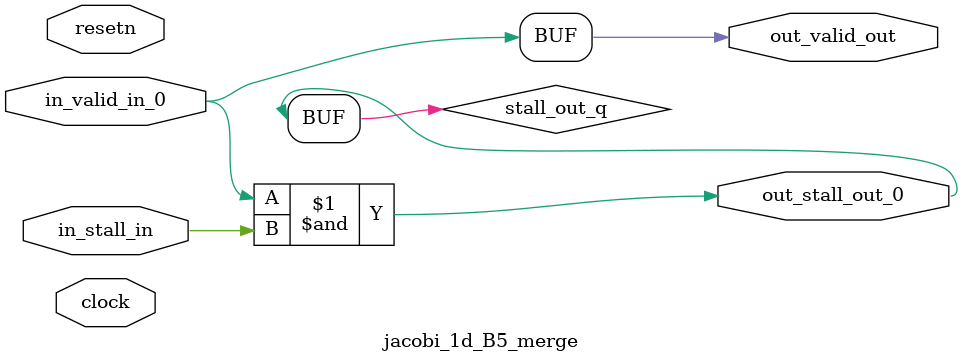
<source format=sv>



(* altera_attribute = "-name AUTO_SHIFT_REGISTER_RECOGNITION OFF; -name MESSAGE_DISABLE 10036; -name MESSAGE_DISABLE 10037; -name MESSAGE_DISABLE 14130; -name MESSAGE_DISABLE 14320; -name MESSAGE_DISABLE 15400; -name MESSAGE_DISABLE 14130; -name MESSAGE_DISABLE 10036; -name MESSAGE_DISABLE 12020; -name MESSAGE_DISABLE 12030; -name MESSAGE_DISABLE 12010; -name MESSAGE_DISABLE 12110; -name MESSAGE_DISABLE 14320; -name MESSAGE_DISABLE 13410; -name MESSAGE_DISABLE 113007; -name MESSAGE_DISABLE 10958" *)
module jacobi_1d_B5_merge (
    input wire [0:0] in_stall_in,
    input wire [0:0] in_valid_in_0,
    output wire [0:0] out_stall_out_0,
    output wire [0:0] out_valid_out,
    input wire clock,
    input wire resetn
    );

    wire [0:0] stall_out_q;


    // stall_out(LOGICAL,6)
    assign stall_out_q = in_valid_in_0 & in_stall_in;

    // out_stall_out_0(GPOUT,4)
    assign out_stall_out_0 = stall_out_q;

    // out_valid_out(GPOUT,5)
    assign out_valid_out = in_valid_in_0;

endmodule

</source>
